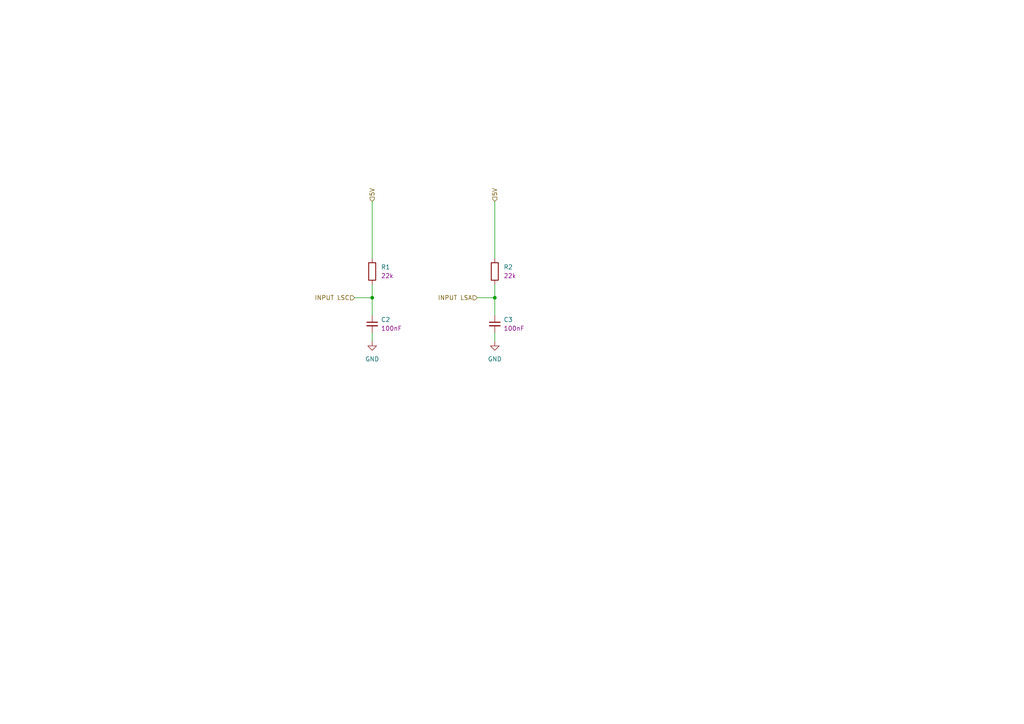
<source format=kicad_sch>
(kicad_sch
	(version 20250114)
	(generator "eeschema")
	(generator_version "9.0")
	(uuid "7e731fa1-850d-41d7-ab46-db101d203b50")
	(paper "A4")
	(lib_symbols
		(symbol "PCM_4ms_Capacitor:100nF_0603_16V"
			(pin_numbers
				(hide yes)
			)
			(pin_names
				(offset 0.254)
				(hide yes)
			)
			(exclude_from_sim no)
			(in_bom yes)
			(on_board yes)
			(property "Reference" "C"
				(at 1.905 1.27 0)
				(effects
					(font
						(size 1.27 1.27)
					)
					(justify left)
				)
			)
			(property "Value" "100nF_0603_16V"
				(at 0 3.81 0)
				(effects
					(font
						(size 1.27 1.27)
					)
					(hide yes)
				)
			)
			(property "Footprint" "4ms_Capacitor:C_0603"
				(at -2.54 -5.08 0)
				(effects
					(font
						(size 1.27 1.27)
					)
					(justify left)
					(hide yes)
				)
			)
			(property "Datasheet" ""
				(at 0 0 0)
				(effects
					(font
						(size 1.27 1.27)
					)
					(hide yes)
				)
			)
			(property "Description" "0.1uF, Min. 16V 10%, X7R or X5R or similar"
				(at 0 0 0)
				(effects
					(font
						(size 1.27 1.27)
					)
					(hide yes)
				)
			)
			(property "Specifications" "0.1uF, Min. 16V 10%, X7R or X5R or similar"
				(at -2.54 -7.874 0)
				(effects
					(font
						(size 1.27 1.27)
					)
					(justify left)
					(hide yes)
				)
			)
			(property "Manufacturer" "AVX Corporation"
				(at -2.54 -9.398 0)
				(effects
					(font
						(size 1.27 1.27)
					)
					(justify left)
					(hide yes)
				)
			)
			(property "Part Number" "0603YC104KAT2A"
				(at -2.54 -10.922 0)
				(effects
					(font
						(size 1.27 1.27)
					)
					(justify left)
					(hide yes)
				)
			)
			(property "Display" "0.1uF"
				(at 1.905 -1.27 0)
				(effects
					(font
						(size 1.27 1.27)
					)
					(justify left)
				)
			)
			(property "JLCPCB ID" "C14663"
				(at 1.27 -12.7 0)
				(effects
					(font
						(size 1.27 1.27)
					)
					(hide yes)
				)
			)
			(property "ki_keywords" "100nF_0603_16V"
				(at 0 0 0)
				(effects
					(font
						(size 1.27 1.27)
					)
					(hide yes)
				)
			)
			(property "ki_fp_filters" "C_*"
				(at 0 0 0)
				(effects
					(font
						(size 1.27 1.27)
					)
					(hide yes)
				)
			)
			(symbol "100nF_0603_16V_0_1"
				(polyline
					(pts
						(xy -1.524 0.508) (xy 1.524 0.508)
					)
					(stroke
						(width 0.3048)
						(type default)
					)
					(fill
						(type none)
					)
				)
				(polyline
					(pts
						(xy -1.524 -0.508) (xy 1.524 -0.508)
					)
					(stroke
						(width 0.3302)
						(type default)
					)
					(fill
						(type none)
					)
				)
			)
			(symbol "100nF_0603_16V_1_1"
				(pin passive line
					(at 0 2.54 270)
					(length 2.032)
					(name "~"
						(effects
							(font
								(size 1.27 1.27)
							)
						)
					)
					(number "1"
						(effects
							(font
								(size 1.27 1.27)
							)
						)
					)
				)
				(pin passive line
					(at 0 -2.54 90)
					(length 2.032)
					(name "~"
						(effects
							(font
								(size 1.27 1.27)
							)
						)
					)
					(number "2"
						(effects
							(font
								(size 1.27 1.27)
							)
						)
					)
				)
			)
			(embedded_fonts no)
		)
		(symbol "PCM_4ms_Resistor:22k_0603"
			(pin_numbers
				(hide yes)
			)
			(pin_names
				(offset 0)
			)
			(exclude_from_sim no)
			(in_bom yes)
			(on_board yes)
			(property "Reference" "R"
				(at 2.032 0 90)
				(effects
					(font
						(size 1.27 1.27)
					)
				)
			)
			(property "Value" "22k_0603"
				(at -2.54 0 90)
				(effects
					(font
						(size 1.27 1.27)
					)
					(hide yes)
				)
			)
			(property "Footprint" "4ms_Resistor:R_0603"
				(at -2.54 -12.7 0)
				(effects
					(font
						(size 1.27 1.27)
					)
					(justify left)
					(hide yes)
				)
			)
			(property "Datasheet" ""
				(at 0 0 0)
				(effects
					(font
						(size 1.27 1.27)
					)
					(hide yes)
				)
			)
			(property "Description" "22K, 1%, 1/10W, 0603"
				(at 0 0 0)
				(effects
					(font
						(size 1.27 1.27)
					)
					(hide yes)
				)
			)
			(property "Specifications" "22K, 1%, 1/10W, 0603"
				(at -2.54 -7.874 0)
				(effects
					(font
						(size 1.27 1.27)
					)
					(justify left)
					(hide yes)
				)
			)
			(property "Manufacturer" "Yageo"
				(at -2.54 -9.398 0)
				(effects
					(font
						(size 1.27 1.27)
					)
					(justify left)
					(hide yes)
				)
			)
			(property "Part Number" "RC0603FR-0722KL"
				(at -2.54 -10.922 0)
				(effects
					(font
						(size 1.27 1.27)
					)
					(justify left)
					(hide yes)
				)
			)
			(property "Display" "22k"
				(at 3.81 0 90)
				(effects
					(font
						(size 1.27 1.27)
					)
				)
			)
			(property "JLCPCB ID" "C31850"
				(at 3.81 0 90)
				(effects
					(font
						(size 1.27 1.27)
					)
					(hide yes)
				)
			)
			(property "ki_keywords" "22k_0603"
				(at 0 0 0)
				(effects
					(font
						(size 1.27 1.27)
					)
					(hide yes)
				)
			)
			(property "ki_fp_filters" "R_* R_*"
				(at 0 0 0)
				(effects
					(font
						(size 1.27 1.27)
					)
					(hide yes)
				)
			)
			(symbol "22k_0603_0_1"
				(rectangle
					(start -1.016 -2.54)
					(end 1.016 2.54)
					(stroke
						(width 0.254)
						(type default)
					)
					(fill
						(type none)
					)
				)
			)
			(symbol "22k_0603_1_1"
				(pin passive line
					(at 0 3.81 270)
					(length 1.27)
					(name "~"
						(effects
							(font
								(size 1.27 1.27)
							)
						)
					)
					(number "1"
						(effects
							(font
								(size 1.27 1.27)
							)
						)
					)
				)
				(pin passive line
					(at 0 -3.81 90)
					(length 1.27)
					(name "~"
						(effects
							(font
								(size 1.27 1.27)
							)
						)
					)
					(number "2"
						(effects
							(font
								(size 1.27 1.27)
							)
						)
					)
				)
			)
			(embedded_fonts no)
		)
		(symbol "power:GND"
			(power)
			(pin_numbers
				(hide yes)
			)
			(pin_names
				(offset 0)
				(hide yes)
			)
			(exclude_from_sim no)
			(in_bom yes)
			(on_board yes)
			(property "Reference" "#PWR"
				(at 0 -6.35 0)
				(effects
					(font
						(size 1.27 1.27)
					)
					(hide yes)
				)
			)
			(property "Value" "GND"
				(at 0 -3.81 0)
				(effects
					(font
						(size 1.27 1.27)
					)
				)
			)
			(property "Footprint" ""
				(at 0 0 0)
				(effects
					(font
						(size 1.27 1.27)
					)
					(hide yes)
				)
			)
			(property "Datasheet" ""
				(at 0 0 0)
				(effects
					(font
						(size 1.27 1.27)
					)
					(hide yes)
				)
			)
			(property "Description" "Power symbol creates a global label with name \"GND\" , ground"
				(at 0 0 0)
				(effects
					(font
						(size 1.27 1.27)
					)
					(hide yes)
				)
			)
			(property "ki_keywords" "global power"
				(at 0 0 0)
				(effects
					(font
						(size 1.27 1.27)
					)
					(hide yes)
				)
			)
			(symbol "GND_0_1"
				(polyline
					(pts
						(xy 0 0) (xy 0 -1.27) (xy 1.27 -1.27) (xy 0 -2.54) (xy -1.27 -1.27) (xy 0 -1.27)
					)
					(stroke
						(width 0)
						(type default)
					)
					(fill
						(type none)
					)
				)
			)
			(symbol "GND_1_1"
				(pin power_in line
					(at 0 0 270)
					(length 0)
					(name "~"
						(effects
							(font
								(size 1.27 1.27)
							)
						)
					)
					(number "1"
						(effects
							(font
								(size 1.27 1.27)
							)
						)
					)
				)
			)
			(embedded_fonts no)
		)
	)
	(junction
		(at 107.95 86.36)
		(diameter 0)
		(color 0 0 0 0)
		(uuid "179e6ab3-00d6-4e36-888f-28f04b1ff4f6")
	)
	(junction
		(at 143.51 86.36)
		(diameter 0)
		(color 0 0 0 0)
		(uuid "ab9b7542-b5b8-42b2-8195-547771778a99")
	)
	(wire
		(pts
			(xy 143.51 86.36) (xy 143.51 91.44)
		)
		(stroke
			(width 0)
			(type default)
		)
		(uuid "038558f9-ab94-44df-9694-d819f5280c38")
	)
	(wire
		(pts
			(xy 143.51 96.52) (xy 143.51 99.06)
		)
		(stroke
			(width 0)
			(type default)
		)
		(uuid "0f858422-a79b-4d3c-9e17-f7e03cb8128b")
	)
	(wire
		(pts
			(xy 107.95 86.36) (xy 107.95 91.44)
		)
		(stroke
			(width 0)
			(type default)
		)
		(uuid "1e13da7d-77db-4cf1-9780-23f759eef903")
	)
	(wire
		(pts
			(xy 143.51 58.42) (xy 143.51 74.93)
		)
		(stroke
			(width 0)
			(type default)
		)
		(uuid "4751c33f-c425-4fe9-9032-4766bef1218e")
	)
	(wire
		(pts
			(xy 107.95 96.52) (xy 107.95 99.06)
		)
		(stroke
			(width 0)
			(type default)
		)
		(uuid "4d53f0c7-97b8-4ca3-b439-cae6ebedb41b")
	)
	(wire
		(pts
			(xy 138.43 86.36) (xy 143.51 86.36)
		)
		(stroke
			(width 0)
			(type default)
		)
		(uuid "5a9a9cad-b58f-4a92-9d88-67e00385a24f")
	)
	(wire
		(pts
			(xy 102.87 86.36) (xy 107.95 86.36)
		)
		(stroke
			(width 0)
			(type default)
		)
		(uuid "90c7cc2d-abe0-46cd-b411-b99e2e0c0f22")
	)
	(wire
		(pts
			(xy 107.95 86.36) (xy 107.95 82.55)
		)
		(stroke
			(width 0)
			(type default)
		)
		(uuid "b320c64b-0aa4-4569-bc97-168482da16f5")
	)
	(wire
		(pts
			(xy 107.95 58.42) (xy 107.95 74.93)
		)
		(stroke
			(width 0)
			(type default)
		)
		(uuid "d5926112-c517-4444-8a3a-154afabe7be9")
	)
	(wire
		(pts
			(xy 143.51 82.55) (xy 143.51 86.36)
		)
		(stroke
			(width 0)
			(type default)
		)
		(uuid "e7ccd335-972f-4dd0-a868-cb201826d057")
	)
	(hierarchical_label "INPUT LSA"
		(shape input)
		(at 138.43 86.36 180)
		(effects
			(font
				(size 1.27 1.27)
			)
			(justify right)
		)
		(uuid "38fdc3e3-6523-4369-bf7e-1324489796f0")
	)
	(hierarchical_label "INPUT LSC"
		(shape input)
		(at 102.87 86.36 180)
		(effects
			(font
				(size 1.27 1.27)
			)
			(justify right)
		)
		(uuid "3fbbe0f6-b5f6-45a0-bfb9-6d9e081bcd96")
	)
	(hierarchical_label "5V"
		(shape input)
		(at 107.95 58.42 90)
		(effects
			(font
				(size 1.27 1.27)
			)
			(justify left)
		)
		(uuid "725332cf-1ba2-4a15-8746-b4ed0b677bab")
	)
	(hierarchical_label "5V"
		(shape input)
		(at 143.51 58.42 90)
		(effects
			(font
				(size 1.27 1.27)
			)
			(justify left)
		)
		(uuid "e2c5189c-0fa5-45c7-9231-a87d5fcea4f8")
	)
	(symbol
		(lib_id "PCM_4ms_Capacitor:100nF_0603_16V")
		(at 143.51 93.98 0)
		(unit 1)
		(exclude_from_sim no)
		(in_bom yes)
		(on_board yes)
		(dnp no)
		(fields_autoplaced yes)
		(uuid "48d6b6a3-1c47-4fea-ae2b-571741cc44ca")
		(property "Reference" "C3"
			(at 146.05 92.7162 0)
			(effects
				(font
					(size 1.27 1.27)
				)
				(justify left)
			)
		)
		(property "Value" "100nF_0603_16V"
			(at 143.51 90.17 0)
			(effects
				(font
					(size 1.27 1.27)
				)
				(hide yes)
			)
		)
		(property "Footprint" "PCM_4ms_Capacitor:C_0603"
			(at 140.97 99.06 0)
			(effects
				(font
					(size 1.27 1.27)
				)
				(justify left)
				(hide yes)
			)
		)
		(property "Datasheet" ""
			(at 143.51 93.98 0)
			(effects
				(font
					(size 1.27 1.27)
				)
				(hide yes)
			)
		)
		(property "Description" "0.1uF, Min. 16V 10%, X7R or X5R or similar"
			(at 143.51 93.98 0)
			(effects
				(font
					(size 1.27 1.27)
				)
				(hide yes)
			)
		)
		(property "Specifications" "0.1uF, Min. 16V 10%, X7R or X5R or similar"
			(at 140.97 101.854 0)
			(effects
				(font
					(size 1.27 1.27)
				)
				(justify left)
				(hide yes)
			)
		)
		(property "Manufacturer" "AVX Corporation"
			(at 140.97 103.378 0)
			(effects
				(font
					(size 1.27 1.27)
				)
				(justify left)
				(hide yes)
			)
		)
		(property "Part Number" "0603YC104KAT2A"
			(at 140.97 104.902 0)
			(effects
				(font
					(size 1.27 1.27)
				)
				(justify left)
				(hide yes)
			)
		)
		(property "Display" "100nF"
			(at 146.05 95.2562 0)
			(effects
				(font
					(size 1.27 1.27)
				)
				(justify left)
			)
		)
		(property "JLCPCB ID" "C14663"
			(at 144.78 106.68 0)
			(effects
				(font
					(size 1.27 1.27)
				)
				(hide yes)
			)
		)
		(pin "1"
			(uuid "fccf0e4a-3035-4669-bf00-98829ba2a2a7")
		)
		(pin "2"
			(uuid "80e716d9-c3a8-4510-90c5-48b277a53c4f")
		)
		(instances
			(project "PLACA"
				(path "/0074ed61-f346-42bd-a29d-d171d80548f4/510462ea-d4f2-4035-93d1-12ab41753ca9/e6d50e74-b29d-48dc-9030-46ce285a6b54"
					(reference "C3")
					(unit 1)
				)
			)
		)
	)
	(symbol
		(lib_id "PCM_4ms_Capacitor:100nF_0603_16V")
		(at 107.95 93.98 0)
		(unit 1)
		(exclude_from_sim no)
		(in_bom yes)
		(on_board yes)
		(dnp no)
		(fields_autoplaced yes)
		(uuid "7fd13ff1-822b-4cb0-9e5d-ab0a2e089cc6")
		(property "Reference" "C2"
			(at 110.49 92.7162 0)
			(effects
				(font
					(size 1.27 1.27)
				)
				(justify left)
			)
		)
		(property "Value" "100nF_0603_16V"
			(at 107.95 90.17 0)
			(effects
				(font
					(size 1.27 1.27)
				)
				(hide yes)
			)
		)
		(property "Footprint" "PCM_4ms_Capacitor:C_0603"
			(at 105.41 99.06 0)
			(effects
				(font
					(size 1.27 1.27)
				)
				(justify left)
				(hide yes)
			)
		)
		(property "Datasheet" ""
			(at 107.95 93.98 0)
			(effects
				(font
					(size 1.27 1.27)
				)
				(hide yes)
			)
		)
		(property "Description" "0.1uF, Min. 16V 10%, X7R or X5R or similar"
			(at 107.95 93.98 0)
			(effects
				(font
					(size 1.27 1.27)
				)
				(hide yes)
			)
		)
		(property "Specifications" "0.1uF, Min. 16V 10%, X7R or X5R or similar"
			(at 105.41 101.854 0)
			(effects
				(font
					(size 1.27 1.27)
				)
				(justify left)
				(hide yes)
			)
		)
		(property "Manufacturer" "AVX Corporation"
			(at 105.41 103.378 0)
			(effects
				(font
					(size 1.27 1.27)
				)
				(justify left)
				(hide yes)
			)
		)
		(property "Part Number" "0603YC104KAT2A"
			(at 105.41 104.902 0)
			(effects
				(font
					(size 1.27 1.27)
				)
				(justify left)
				(hide yes)
			)
		)
		(property "Display" "100nF"
			(at 110.49 95.2562 0)
			(effects
				(font
					(size 1.27 1.27)
				)
				(justify left)
			)
		)
		(property "JLCPCB ID" "C14663"
			(at 109.22 106.68 0)
			(effects
				(font
					(size 1.27 1.27)
				)
				(hide yes)
			)
		)
		(pin "1"
			(uuid "87d68b1a-6a55-4d0b-9e9f-60dd66b0885b")
		)
		(pin "2"
			(uuid "e9138b4e-984b-4d5f-ad4b-958386b7befc")
		)
		(instances
			(project "PLACA"
				(path "/0074ed61-f346-42bd-a29d-d171d80548f4/510462ea-d4f2-4035-93d1-12ab41753ca9/e6d50e74-b29d-48dc-9030-46ce285a6b54"
					(reference "C2")
					(unit 1)
				)
			)
		)
	)
	(symbol
		(lib_id "PCM_4ms_Resistor:22k_0603")
		(at 143.51 78.74 0)
		(unit 1)
		(exclude_from_sim no)
		(in_bom yes)
		(on_board yes)
		(dnp no)
		(fields_autoplaced yes)
		(uuid "989ad4ee-fa68-44c8-8728-b08a7da20f59")
		(property "Reference" "R2"
			(at 146.05 77.4699 0)
			(effects
				(font
					(size 1.27 1.27)
				)
				(justify left)
			)
		)
		(property "Value" "22k_0603"
			(at 140.97 78.74 90)
			(effects
				(font
					(size 1.27 1.27)
				)
				(hide yes)
			)
		)
		(property "Footprint" "PCM_4ms_Resistor:R_0603"
			(at 140.97 91.44 0)
			(effects
				(font
					(size 1.27 1.27)
				)
				(justify left)
				(hide yes)
			)
		)
		(property "Datasheet" ""
			(at 143.51 78.74 0)
			(effects
				(font
					(size 1.27 1.27)
				)
				(hide yes)
			)
		)
		(property "Description" "22K, 1%, 1/10W, 0603"
			(at 143.51 78.74 0)
			(effects
				(font
					(size 1.27 1.27)
				)
				(hide yes)
			)
		)
		(property "Specifications" "22K, 1%, 1/10W, 0603"
			(at 140.97 86.614 0)
			(effects
				(font
					(size 1.27 1.27)
				)
				(justify left)
				(hide yes)
			)
		)
		(property "Manufacturer" "Yageo"
			(at 140.97 88.138 0)
			(effects
				(font
					(size 1.27 1.27)
				)
				(justify left)
				(hide yes)
			)
		)
		(property "Part Number" "RC0603FR-0722KL"
			(at 140.97 89.662 0)
			(effects
				(font
					(size 1.27 1.27)
				)
				(justify left)
				(hide yes)
			)
		)
		(property "Display" "22k"
			(at 146.05 80.0099 0)
			(effects
				(font
					(size 1.27 1.27)
				)
				(justify left)
			)
		)
		(property "JLCPCB ID" "C31850"
			(at 147.32 78.74 90)
			(effects
				(font
					(size 1.27 1.27)
				)
				(hide yes)
			)
		)
		(pin "1"
			(uuid "c9bb979a-2762-4d14-9e0c-90757ff75e40")
		)
		(pin "2"
			(uuid "5632a6f1-9782-45da-9f17-5453c616cf64")
		)
		(instances
			(project "PLACA"
				(path "/0074ed61-f346-42bd-a29d-d171d80548f4/510462ea-d4f2-4035-93d1-12ab41753ca9/e6d50e74-b29d-48dc-9030-46ce285a6b54"
					(reference "R2")
					(unit 1)
				)
			)
		)
	)
	(symbol
		(lib_id "power:GND")
		(at 143.51 99.06 0)
		(unit 1)
		(exclude_from_sim no)
		(in_bom yes)
		(on_board yes)
		(dnp no)
		(fields_autoplaced yes)
		(uuid "9ab38f0f-aa57-47f0-b279-9ffc7f068257")
		(property "Reference" "#PWR07"
			(at 143.51 105.41 0)
			(effects
				(font
					(size 1.27 1.27)
				)
				(hide yes)
			)
		)
		(property "Value" "GND"
			(at 143.51 104.14 0)
			(effects
				(font
					(size 1.27 1.27)
				)
			)
		)
		(property "Footprint" ""
			(at 143.51 99.06 0)
			(effects
				(font
					(size 1.27 1.27)
				)
				(hide yes)
			)
		)
		(property "Datasheet" ""
			(at 143.51 99.06 0)
			(effects
				(font
					(size 1.27 1.27)
				)
				(hide yes)
			)
		)
		(property "Description" "Power symbol creates a global label with name \"GND\" , ground"
			(at 143.51 99.06 0)
			(effects
				(font
					(size 1.27 1.27)
				)
				(hide yes)
			)
		)
		(pin "1"
			(uuid "29fbe8d1-74e3-4f21-8f69-455436a3d7bd")
		)
		(instances
			(project "PLACA"
				(path "/0074ed61-f346-42bd-a29d-d171d80548f4/510462ea-d4f2-4035-93d1-12ab41753ca9/e6d50e74-b29d-48dc-9030-46ce285a6b54"
					(reference "#PWR07")
					(unit 1)
				)
			)
		)
	)
	(symbol
		(lib_id "PCM_4ms_Resistor:22k_0603")
		(at 107.95 78.74 0)
		(unit 1)
		(exclude_from_sim no)
		(in_bom yes)
		(on_board yes)
		(dnp no)
		(fields_autoplaced yes)
		(uuid "ba53c009-879b-4708-97da-59facfe00d53")
		(property "Reference" "R1"
			(at 110.49 77.4699 0)
			(effects
				(font
					(size 1.27 1.27)
				)
				(justify left)
			)
		)
		(property "Value" "22k_0603"
			(at 105.41 78.74 90)
			(effects
				(font
					(size 1.27 1.27)
				)
				(hide yes)
			)
		)
		(property "Footprint" "PCM_4ms_Resistor:R_0603"
			(at 105.41 91.44 0)
			(effects
				(font
					(size 1.27 1.27)
				)
				(justify left)
				(hide yes)
			)
		)
		(property "Datasheet" ""
			(at 107.95 78.74 0)
			(effects
				(font
					(size 1.27 1.27)
				)
				(hide yes)
			)
		)
		(property "Description" "22K, 1%, 1/10W, 0603"
			(at 107.95 78.74 0)
			(effects
				(font
					(size 1.27 1.27)
				)
				(hide yes)
			)
		)
		(property "Specifications" "22K, 1%, 1/10W, 0603"
			(at 105.41 86.614 0)
			(effects
				(font
					(size 1.27 1.27)
				)
				(justify left)
				(hide yes)
			)
		)
		(property "Manufacturer" "Yageo"
			(at 105.41 88.138 0)
			(effects
				(font
					(size 1.27 1.27)
				)
				(justify left)
				(hide yes)
			)
		)
		(property "Part Number" "RC0603FR-0722KL"
			(at 105.41 89.662 0)
			(effects
				(font
					(size 1.27 1.27)
				)
				(justify left)
				(hide yes)
			)
		)
		(property "Display" "22k"
			(at 110.49 80.0099 0)
			(effects
				(font
					(size 1.27 1.27)
				)
				(justify left)
			)
		)
		(property "JLCPCB ID" "C31850"
			(at 111.76 78.74 90)
			(effects
				(font
					(size 1.27 1.27)
				)
				(hide yes)
			)
		)
		(pin "1"
			(uuid "f6b28ae1-cf14-4d2c-a298-1dad35db1aae")
		)
		(pin "2"
			(uuid "7ffa4177-9b46-4ba6-b041-f64e2890c47f")
		)
		(instances
			(project "PLACA"
				(path "/0074ed61-f346-42bd-a29d-d171d80548f4/510462ea-d4f2-4035-93d1-12ab41753ca9/e6d50e74-b29d-48dc-9030-46ce285a6b54"
					(reference "R1")
					(unit 1)
				)
			)
		)
	)
	(symbol
		(lib_id "power:GND")
		(at 107.95 99.06 0)
		(unit 1)
		(exclude_from_sim no)
		(in_bom yes)
		(on_board yes)
		(dnp no)
		(fields_autoplaced yes)
		(uuid "f8284879-14b0-4c5e-8fb5-53f2ab2a425e")
		(property "Reference" "#PWR06"
			(at 107.95 105.41 0)
			(effects
				(font
					(size 1.27 1.27)
				)
				(hide yes)
			)
		)
		(property "Value" "GND"
			(at 107.95 104.14 0)
			(effects
				(font
					(size 1.27 1.27)
				)
			)
		)
		(property "Footprint" ""
			(at 107.95 99.06 0)
			(effects
				(font
					(size 1.27 1.27)
				)
				(hide yes)
			)
		)
		(property "Datasheet" ""
			(at 107.95 99.06 0)
			(effects
				(font
					(size 1.27 1.27)
				)
				(hide yes)
			)
		)
		(property "Description" "Power symbol creates a global label with name \"GND\" , ground"
			(at 107.95 99.06 0)
			(effects
				(font
					(size 1.27 1.27)
				)
				(hide yes)
			)
		)
		(pin "1"
			(uuid "9ac746d0-f27a-4c3d-846c-fe12f09e9fd2")
		)
		(instances
			(project "PLACA"
				(path "/0074ed61-f346-42bd-a29d-d171d80548f4/510462ea-d4f2-4035-93d1-12ab41753ca9/e6d50e74-b29d-48dc-9030-46ce285a6b54"
					(reference "#PWR06")
					(unit 1)
				)
			)
		)
	)
)

</source>
